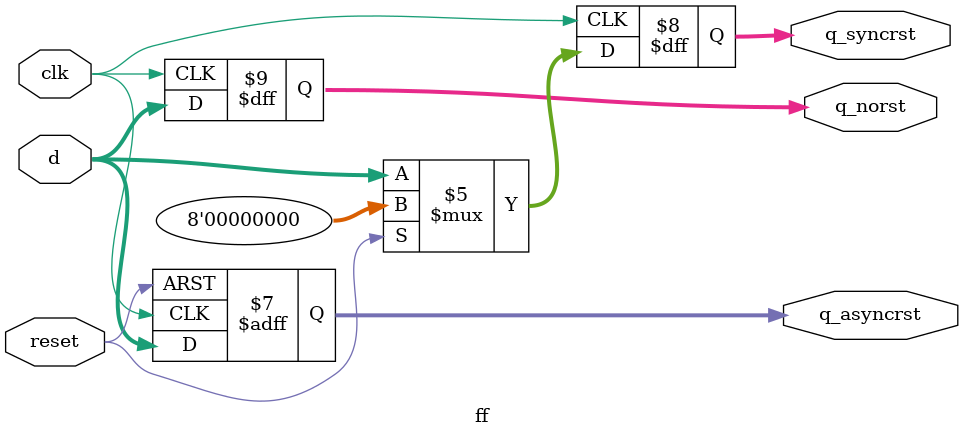
<source format=sv>
module ff(d,clk,reset,q_norst,q_syncrst,q_asyncrst);
input logic clk;
input logic [7:0]d;
input logic reset;

output logic [7:0]q_norst;
output logic [7:0]q_syncrst;
output logic [7:0]q_asyncrst;

//d_ff with no reset
always_ff @(posedge clk) begin
	q_norst<=d;
end

// d_ff with sync reset
always_ff @(posedge clk) begin
	if(reset)
	q_syncrst<=0;
	else
	q_syncrst<=d;
	
end


// d_ff with async reset
always_ff @(posedge clk or posedge reset) begin
	if(reset)
	q_asyncrst<=0;
	else
	q_asyncrst<=d;
end

endmodule


</source>
